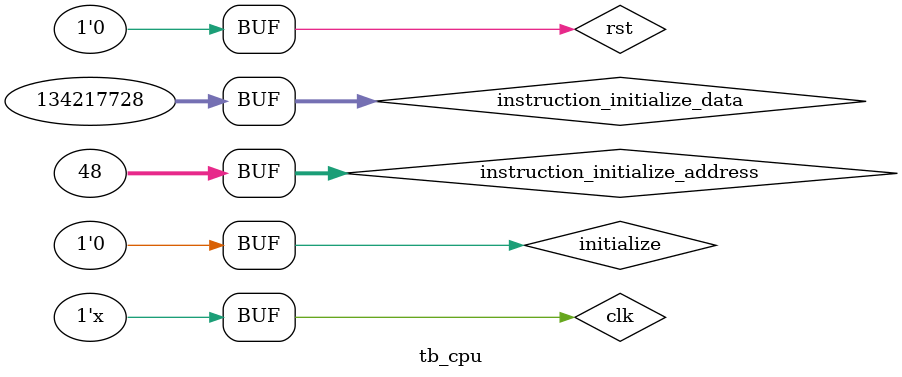
<source format=v>
`timescale 1ns / 1ns


module tb_cpu;

	// Inputs
	reg rst;
	reg clk;
	reg initialize;
	reg [31:0] instruction_initialize_data;
	reg [31:0] instruction_initialize_address;

	// Instantiate the Unit Under Test (UUT)
	cpu uut (
		.rst(rst), 
		.clk(clk), 
		.initialize(initialize), 
		.instruction_initialize_data(instruction_initialize_data), 
		.instruction_initialize_address(instruction_initialize_address)
	);

	initial begin
		// Initialize Inputs
		rst = 1;
		clk = 0;
		initialize = 1;
		instruction_initialize_data = 0;
		instruction_initialize_address = 0;

		#100;
      
		instruction_initialize_address = 0;
		instruction_initialize_data = 32'b000000_00000_00010_00001_00000_10_0000;      // ADD R1, R0, R2
		#20;
		instruction_initialize_address = 4;
		instruction_initialize_data = 32'b000000_00100_00100_01000_00000_10_0010;      // SUB R8, R4, R4
		#20;
		instruction_initialize_address = 8;
		instruction_initialize_data = 32'b000000_00101_00110_00111_00000_10_0101;      // OR R7, R5, R6
		#20;
		instruction_initialize_address = 12;
		instruction_initialize_data = 32'b101011_00000_01001_00000_00000_00_1100;      // SW R9, 12(R0)
		#20;
		instruction_initialize_address = 16;
		instruction_initialize_data = 32'b100011_00000_01100_00000_00000_00_1100;      // LW R12, 12(R0)
		
		//#20	
        //instruction_initialize_address = 20;
		//instruction_initialize_data = 32'b000010_00000_00000_00000_00000_00_1000;      // j 
		
		#20	
        instruction_initialize_address = 20;
		instruction_initialize_data = 32'b00_0100_00010_00010_00000_00000_00_0011;      // bne
		
		#20;
		instruction_initialize_address = 24;
		instruction_initialize_data = 32'b001000_00001_00010_00000_00000_00_0100;      // addi R2, R1, 4
	 	
		#20;
		instruction_initialize_address = 28;
		instruction_initialize_data = 32'b001100_00100_00011_00000_00000_00_0011;     // andi R3, R4, 3
		
		#20;
		instruction_initialize_address = 32;
		instruction_initialize_data = 32'b001101_00111_00101_00000_00000_00_0101;     // ori R5, R7, 5
		
		#20;
		instruction_initialize_address = 36;
		instruction_initialize_data = 32'b001010_00110_01000_00010_00000_00_1100;    // slti R8, R6, *****
		
		#20;
		instruction_initialize_address = 40;
		instruction_initialize_data = 32'b001111_00000_00000_00000_00000_00_1100;   // lui R8, ******
		
		#20	
        instruction_initialize_address = 44;
		instruction_initialize_data = 32'b000010_00000_00000_00000_00000_00_0000;      // j 
		
		#20	
        instruction_initialize_address = 48;
		instruction_initialize_data = 32'b000010_00000_00000_00000_00000_00_0000;
		initialize = 0;
		rst = 0;
		
	end
      
always
#5 clk = ~clk;
endmodule


</source>
